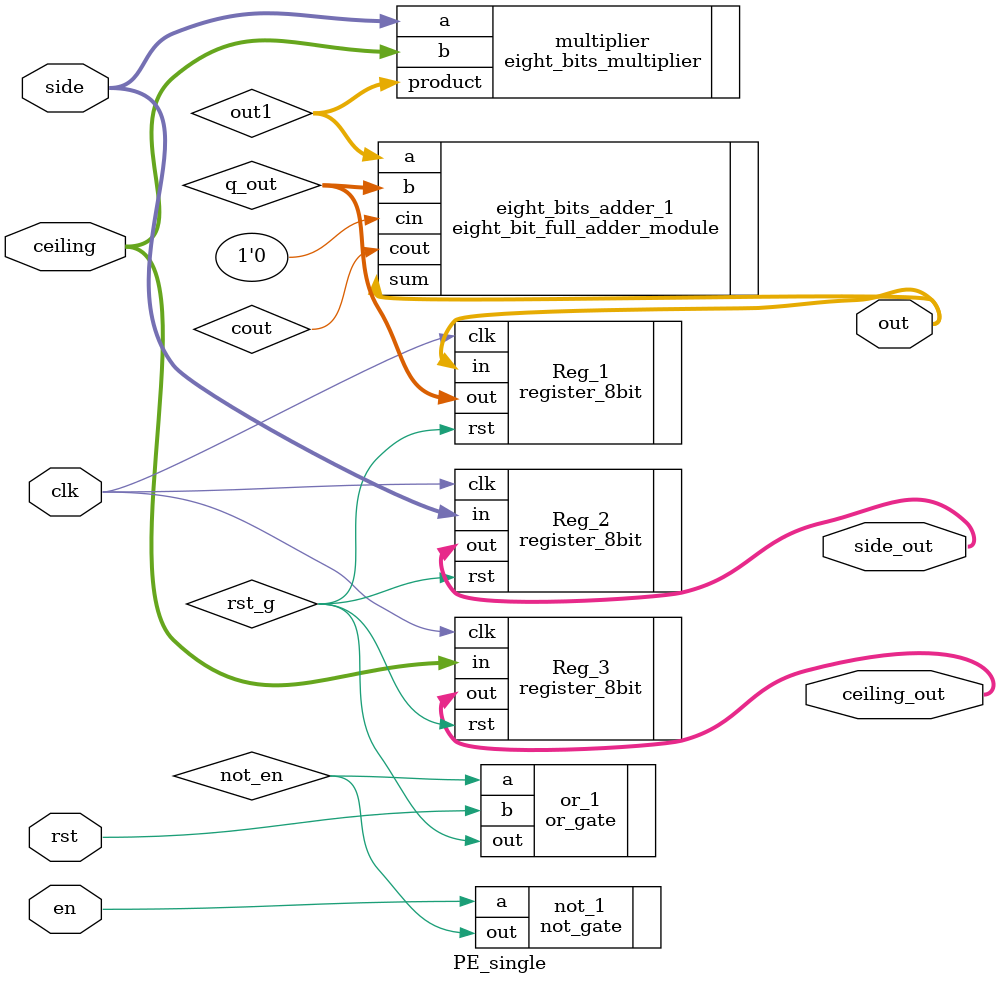
<source format=v>
module PE_single(
    input [7:0] side,
    input [7:0] ceiling,
    input clk,
    input rst,
    input en,
    output [7:0] out,
    output [7:0] side_out,
    output [7:0] ceiling_out
);

// wire [7:0] out0;
wire [7:0] out1;
wire [7:0] q_out;
wire rst_g;
wire cout;
wire not_en;

not_gate not_1 (.a(en), .out(not_en));
or_gate or_1(.a(not_en), .b(rst), .out(rst_g));

eight_bits_multiplier multiplier(.a(side), .b(ceiling), .product(out1)); // for convolution _ multiplier
// register_8bit Reg_0(.clk(clk), .rst(rst), .in(out0), .out(out1)); // for clock synchronous _ multiplier

eight_bit_full_adder_module eight_bits_adder_1(.a(out1), .b(q_out), .cin(1'b0), .sum(out), .cout(cout)); // for convolution _ adder
register_8bit Reg_1(.clk(clk), .rst(rst_g), .in(out), .out(q_out)); // for clock synchronous _ adder

register_8bit Reg_2(.clk(clk), .rst(rst_g), .in(side), .out(side_out)); // for transfer side input
register_8bit Reg_3(.clk(clk), .rst(rst_g), .in(ceiling), .out(ceiling_out)); // for transfer ceiling input

endmodule


// or_gate or_1(.a(en), .b(rst), .out(rst_g));

// eight_bits_multiplier multiplier(.a(side), .b(ceiling), .product(out0)); // for convolution _ multiplier
// register_8bit Reg_0(.clk(clk), .rst(rst), .in(out0), .out(out1)); // for clock synchronous _ multiplier

// eight_bit_full_adder_module eight_bits_adder_1(.a(out1), .b(q_out), .cin(1'b0), .sum(out), .cout()); // for convolution _ adder
// register_8bit Reg_1(.clk(clk), .rst(rst_g), .in(out), .out(q_out)); // for clock synchronous _ adder

// register_8bit Reg_2(.clk(clk), .rst(rst_g), .in(side), .out(side_out)); // for transfer side input
// register_8bit Reg_3(.clk(clk), .rst(rst_g), .in(ciling), .out(ceiling_out)); // for transfer ceiling input
</source>
